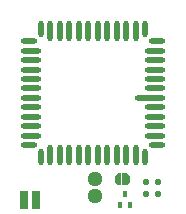
<source format=gbs>
%FSLAX23Y23*%
%MOIN*%
G70*
G01*
G75*
G04 Layer_Color=16711935*
%ADD10C,0.008*%
%ADD11R,0.030X0.030*%
%ADD12R,0.020X0.020*%
%ADD13R,0.020X0.020*%
%ADD14R,0.043X0.035*%
%ADD15R,0.030X0.030*%
%ADD16R,0.044X0.058*%
%ADD17R,0.058X0.044*%
%ADD18R,0.107X0.051*%
%ADD19R,0.024X0.010*%
%ADD20R,0.010X0.024*%
%ADD21R,0.122X0.122*%
%ADD22R,0.011X0.020*%
%ADD23R,0.063X0.035*%
%ADD24R,0.020X0.012*%
%ADD25R,0.019X0.012*%
%ADD26R,0.010X0.028*%
%ADD27R,0.094X0.065*%
%ADD28R,0.028X0.051*%
%ADD29C,0.010*%
%ADD30C,0.006*%
%ADD31C,0.012*%
%ADD32C,0.020*%
%ADD33C,0.005*%
%ADD34C,0.051*%
%ADD35C,0.016*%
%ADD36C,0.020*%
%ADD37O,0.053X0.016*%
%ADD38O,0.069X0.016*%
%ADD39O,0.100X0.016*%
%ADD40O,0.016X0.053*%
%ADD41O,0.016X0.069*%
%ADD42R,0.030X0.059*%
%ADD43R,0.014X0.020*%
%ADD44R,0.011X0.020*%
%ADD45R,0.080X0.063*%
%ADD46C,0.004*%
%ADD47C,0.010*%
%ADD48C,0.008*%
%ADD49R,0.032X0.032*%
%ADD50R,0.022X0.022*%
%ADD51R,0.022X0.022*%
%ADD52R,0.045X0.037*%
%ADD53R,0.032X0.032*%
%ADD54R,0.046X0.060*%
%ADD55R,0.060X0.046*%
%ADD56R,0.109X0.053*%
%ADD57R,0.124X0.124*%
%ADD58R,0.017X0.025*%
%ADD59R,0.069X0.041*%
%ADD60R,0.024X0.016*%
%ADD61R,0.023X0.016*%
%ADD62R,0.018X0.036*%
%ADD63R,0.102X0.073*%
%ADD64R,0.030X0.053*%
%ADD65C,0.002*%
%ADD66C,0.022*%
%ADD67R,0.010X0.040*%
%ADD68O,0.055X0.018*%
%ADD69O,0.071X0.018*%
%ADD70O,0.102X0.018*%
%ADD71O,0.018X0.055*%
%ADD72O,0.018X0.071*%
%ADD73R,0.016X0.022*%
%ADD74R,0.013X0.022*%
G36*
X350Y88D02*
X340D01*
X330Y98D01*
Y118D01*
X340Y128D01*
X350D01*
Y88D01*
D02*
G37*
G36*
X377Y118D02*
Y98D01*
X367Y88D01*
X357D01*
Y128D01*
X367D01*
X377Y118D01*
D02*
G37*
D34*
X261Y110D02*
D03*
Y51D02*
D03*
D42*
X64Y39D02*
D03*
X24D02*
D03*
D65*
X-39Y256D02*
D03*
X551D02*
D03*
X256Y689D02*
D03*
D66*
X473Y99D02*
D03*
Y59D02*
D03*
X433Y99D02*
D03*
Y59D02*
D03*
D67*
X354Y108D02*
D03*
D68*
X469Y222D02*
D03*
Y568D02*
D03*
X41D02*
D03*
Y222D02*
D03*
D69*
X461Y253D02*
D03*
Y285D02*
D03*
Y316D02*
D03*
Y348D02*
D03*
Y411D02*
D03*
Y442D02*
D03*
Y474D02*
D03*
Y505D02*
D03*
Y537D02*
D03*
X49D02*
D03*
Y505D02*
D03*
Y474D02*
D03*
Y442D02*
D03*
Y411D02*
D03*
Y379D02*
D03*
Y348D02*
D03*
Y316D02*
D03*
Y285D02*
D03*
Y253D02*
D03*
D70*
X445Y379D02*
D03*
D71*
X428Y609D02*
D03*
X82D02*
D03*
Y181D02*
D03*
X428D02*
D03*
D72*
X397Y601D02*
D03*
X365D02*
D03*
X334D02*
D03*
X302D02*
D03*
X271D02*
D03*
X239D02*
D03*
X208D02*
D03*
X176D02*
D03*
X145D02*
D03*
X113D02*
D03*
Y189D02*
D03*
X145D02*
D03*
X176D02*
D03*
X208D02*
D03*
X239D02*
D03*
X271D02*
D03*
X302D02*
D03*
X334D02*
D03*
X365D02*
D03*
X397D02*
D03*
D73*
X362Y60D02*
D03*
D74*
X346Y22D02*
D03*
X378D02*
D03*
M02*

</source>
